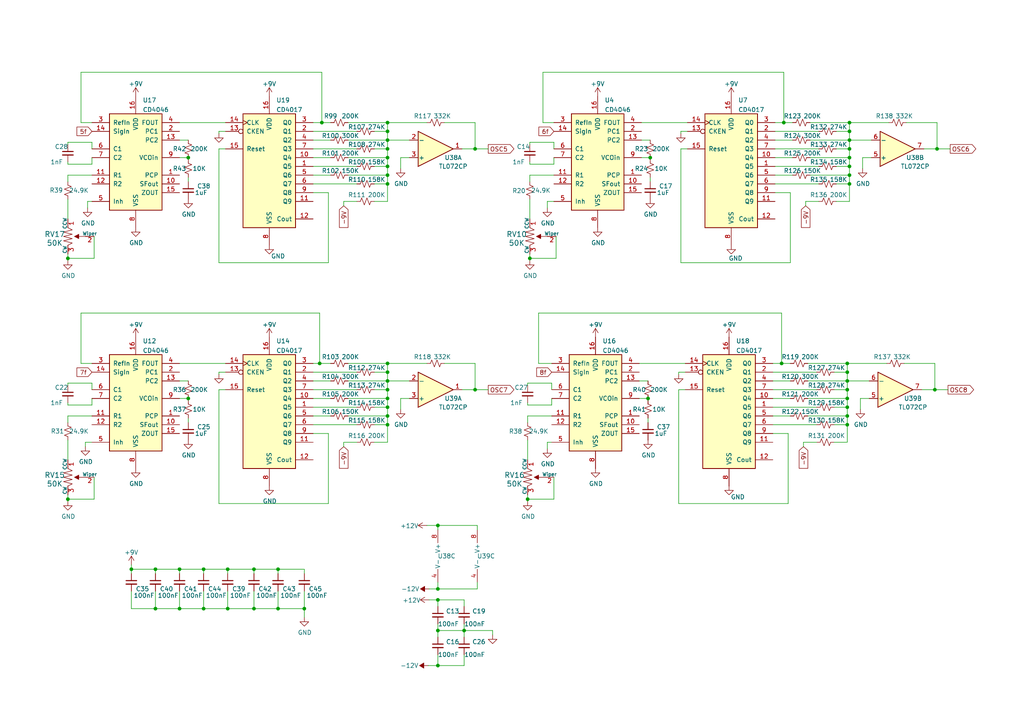
<source format=kicad_sch>
(kicad_sch (version 20211123) (generator eeschema)
  (paper "A4")
  (title_block (title "Pipes") (rev "1.0"))
  (junction (at 127 152.4))
  (junction (at 112.395 53.34))
  (junction (at 245.745 123.19))
  (junction (at 227.33 35.56))
  (junction (at 112.395 35.56))
  (junction (at 88.265 176.53))
  (junction (at 246.38 43.18))
  (junction (at 245.745 115.57))
  (junction (at 112.395 48.26))
  (junction (at 93.345 35.56))
  (junction (at 38.1 165.1))
  (junction (at 73.66 176.53))
  (junction (at 127 173.99))
  (junction (at 271.145 113.03))
  (junction (at 112.395 38.1))
  (junction (at 246.38 48.26))
  (junction (at 112.395 110.49))
  (junction (at 271.78 43.18))
  (junction (at 246.38 38.1))
  (junction (at 54.61 45.72))
  (junction (at 245.745 107.95))
  (junction (at 226.695 105.41))
  (junction (at 127 193.04))
  (junction (at 19.685 74.93))
  (junction (at 245.745 105.41))
  (junction (at 73.66 165.1))
  (junction (at 137.795 113.03))
  (junction (at 52.07 176.53))
  (junction (at 112.395 118.11))
  (junction (at 112.395 40.64))
  (junction (at 52.07 165.1))
  (junction (at 112.395 123.19))
  (junction (at 246.38 53.34))
  (junction (at 245.745 120.65))
  (junction (at 112.395 120.65))
  (junction (at 112.395 107.95))
  (junction (at 80.645 165.1))
  (junction (at 246.38 40.64))
  (junction (at 45.085 165.1))
  (junction (at 127 182.88))
  (junction (at 187.96 115.57))
  (junction (at 112.395 50.8))
  (junction (at 153.035 144.78))
  (junction (at 153.67 74.93))
  (junction (at 245.745 110.49))
  (junction (at 112.395 105.41))
  (junction (at 66.04 176.53))
  (junction (at 112.395 113.03))
  (junction (at 92.71 105.41))
  (junction (at 80.645 176.53))
  (junction (at 245.745 118.11))
  (junction (at 45.085 176.53))
  (junction (at 137.795 43.18))
  (junction (at 246.38 45.72))
  (junction (at 188.595 45.72))
  (junction (at 112.395 45.72))
  (junction (at 54.61 115.57))
  (junction (at 112.395 43.18))
  (junction (at 245.745 113.03))
  (junction (at 112.395 115.57))
  (junction (at 246.38 35.56))
  (junction (at 246.38 50.8))
  (junction (at 59.055 176.53))
  (junction (at 19.685 144.78))
  (junction (at 66.04 165.1))
  (junction (at 59.055 165.1))
  (junction (at 134.62 182.88))
  (junction (at 127 170.815))
  (wire (pts (xy 112.395 48.26) (xy 112.395 50.8)))
  (wire (pts (xy 26.67 111.125) (xy 19.685 111.125)))
  (wire (pts (xy 134.62 173.99) (xy 134.62 175.895)))
  (wire (pts (xy 52.07 45.72) (xy 54.61 45.72)))
  (wire (pts (xy 38.1 166.37) (xy 38.1 165.1)))
  (wire (pts (xy 224.155 120.65) (xy 229.235 120.65)))
  (wire (pts (xy 65.405 43.18) (xy 63.5 43.18)))
  (wire (pts (xy 160.02 105.41) (xy 156.21 105.41)))
  (wire (pts (xy 26.67 47.625) (xy 19.685 47.625)))
  (wire (pts (xy 188.595 51.435) (xy 188.595 52.705)))
  (wire (pts (xy 54.61 51.435) (xy 54.61 52.705)))
  (wire (pts (xy 24.765 129.54) (xy 24.765 128.27)))
  (wire (pts (xy 228.6 146.05) (xy 228.6 125.73)))
  (wire (pts (xy 52.07 166.37) (xy 52.07 165.1)))
  (wire (pts (xy 112.395 43.18) (xy 112.395 45.72)))
  (wire (pts (xy 112.395 120.65) (xy 112.395 123.19)))
  (wire (pts (xy 186.055 45.72) (xy 188.595 45.72)))
  (wire (pts (xy 80.645 165.1) (xy 88.265 165.1)))
  (wire (pts (xy 19.685 111.125) (xy 19.685 111.76)))
  (wire (pts (xy 246.38 38.1) (xy 246.38 40.64)))
  (wire (pts (xy 26.67 117.475) (xy 19.685 117.475)))
  (wire (pts (xy 224.79 43.18) (xy 237.49 43.18)))
  (wire (pts (xy 124.206 193.04) (xy 127 193.04)))
  (wire (pts (xy 92.71 90.805) (xy 92.71 105.41)))
  (wire (pts (xy 116.205 48.895) (xy 116.205 45.72)))
  (wire (pts (xy 234.315 105.41) (xy 245.745 105.41)))
  (wire (pts (xy 246.38 35.56) (xy 257.81 35.56)))
  (wire (pts (xy 90.805 120.65) (xy 95.885 120.65)))
  (wire (pts (xy 127 173.99) (xy 127 175.895)))
  (wire (pts (xy 112.395 38.1) (xy 112.395 40.64)))
  (wire (pts (xy 234.95 45.72) (xy 246.38 45.72)))
  (wire (pts (xy 27.305 144.78) (xy 19.685 144.78)))
  (wire (pts (xy 19.685 41.275) (xy 19.685 41.91)))
  (wire (pts (xy 158.75 130.175) (xy 158.75 128.27)))
  (wire (pts (xy 123.825 152.4) (xy 127 152.4)))
  (wire (pts (xy 90.805 45.72) (xy 95.885 45.72)))
  (wire (pts (xy 160.02 117.475) (xy 153.035 117.475)))
  (wire (pts (xy 45.085 165.1) (xy 52.07 165.1)))
  (wire (pts (xy 233.68 59.69) (xy 233.68 58.42)))
  (wire (pts (xy 95.25 146.05) (xy 95.25 125.73)))
  (wire (pts (xy 234.95 35.56) (xy 246.38 35.56)))
  (wire (pts (xy 153.035 120.65) (xy 153.035 122.555)))
  (wire (pts (xy 245.745 110.49) (xy 252.095 110.49)))
  (wire (pts (xy 234.315 120.65) (xy 245.745 120.65)))
  (wire (pts (xy 80.645 176.53) (xy 88.265 176.53)))
  (wire (pts (xy 52.07 176.53) (xy 59.055 176.53)))
  (wire (pts (xy 45.085 176.53) (xy 52.07 176.53)))
  (wire (pts (xy 95.25 55.88) (xy 90.805 55.88)))
  (wire (pts (xy 112.395 113.03) (xy 112.395 115.57)))
  (wire (pts (xy 112.395 110.49) (xy 112.395 113.03)))
  (wire (pts (xy 245.745 120.65) (xy 245.745 123.19)))
  (wire (pts (xy 26.67 41.275) (xy 19.685 41.275)))
  (wire (pts (xy 63.5 107.95) (xy 65.405 107.95)))
  (wire (pts (xy 127 193.04) (xy 134.62 193.04)))
  (wire (pts (xy 95.25 76.2) (xy 95.25 55.88)))
  (wire (pts (xy 26.67 113.03) (xy 26.67 111.125)))
  (wire (pts (xy 23.495 90.805) (xy 92.71 90.805)))
  (wire (pts (xy 185.42 105.41) (xy 198.755 105.41)))
  (wire (pts (xy 153.035 111.125) (xy 153.035 111.76)))
  (wire (pts (xy 19.685 117.475) (xy 19.685 116.84)))
  (wire (pts (xy 112.395 105.41) (xy 112.395 107.95)))
  (wire (pts (xy 112.395 110.49) (xy 118.745 110.49)))
  (wire (pts (xy 241.935 118.11) (xy 245.745 118.11)))
  (wire (pts (xy 59.055 166.37) (xy 59.055 165.1)))
  (wire (pts (xy 160.655 50.8) (xy 153.67 50.8)))
  (wire (pts (xy 27.305 74.93) (xy 19.685 74.93)))
  (wire (pts (xy 250.19 48.895) (xy 250.19 45.72)))
  (wire (pts (xy 271.78 43.18) (xy 267.97 43.18)))
  (wire (pts (xy 241.935 113.03) (xy 245.745 113.03)))
  (wire (pts (xy 24.765 128.27) (xy 26.67 128.27)))
  (wire (pts (xy 153.67 50.8) (xy 153.67 52.705)))
  (wire (pts (xy 271.145 105.41) (xy 271.145 113.03)))
  (wire (pts (xy 160.02 120.65) (xy 153.035 120.65)))
  (wire (pts (xy 227.33 35.56) (xy 224.79 35.56)))
  (wire (pts (xy 93.345 35.56) (xy 95.885 35.56)))
  (wire (pts (xy 127 170.815) (xy 138.43 170.815)))
  (wire (pts (xy 112.395 105.41) (xy 123.825 105.41)))
  (wire (pts (xy 153.035 144.78) (xy 153.035 145.415)))
  (wire (pts (xy 66.04 166.37) (xy 66.04 165.1)))
  (wire (pts (xy 112.395 35.56) (xy 123.825 35.56)))
  (wire (pts (xy 196.85 113.03) (xy 196.85 146.05)))
  (wire (pts (xy 99.695 58.42) (xy 103.505 58.42)))
  (wire (pts (xy 108.585 38.1) (xy 112.395 38.1)))
  (wire (pts (xy 224.155 118.11) (xy 236.855 118.11)))
  (wire (pts (xy 90.805 50.8) (xy 95.885 50.8)))
  (wire (pts (xy 233.045 128.27) (xy 236.855 128.27)))
  (wire (pts (xy 224.79 48.26) (xy 237.49 48.26)))
  (wire (pts (xy 160.02 113.03) (xy 160.02 111.125)))
  (wire (pts (xy 197.485 38.735) (xy 197.485 38.1)))
  (wire (pts (xy 246.38 50.8) (xy 246.38 53.34)))
  (wire (pts (xy 52.07 115.57) (xy 54.61 115.57)))
  (wire (pts (xy 157.48 35.56) (xy 157.48 20.955)))
  (wire (pts (xy 19.685 144.78) (xy 19.685 145.415)))
  (wire (pts (xy 52.07 35.56) (xy 65.405 35.56)))
  (wire (pts (xy 25.4 58.42) (xy 26.67 58.42)))
  (wire (pts (xy 245.745 115.57) (xy 245.745 118.11)))
  (wire (pts (xy 63.5 38.1) (xy 65.405 38.1)))
  (wire (pts (xy 127 173.99) (xy 134.62 173.99)))
  (wire (pts (xy 27.305 138.43) (xy 27.305 144.78)))
  (wire (pts (xy 90.805 53.34) (xy 103.505 53.34)))
  (wire (pts (xy 93.345 20.955) (xy 93.345 35.56)))
  (wire (pts (xy 19.685 127.635) (xy 19.685 133.35)))
  (wire (pts (xy 153.035 127.635) (xy 153.035 133.35)))
  (wire (pts (xy 66.04 165.1) (xy 59.055 165.1)))
  (wire (pts (xy 271.145 113.03) (xy 267.335 113.03)))
  (wire (pts (xy 249.555 115.57) (xy 252.095 115.57)))
  (wire (pts (xy 262.89 35.56) (xy 271.78 35.56)))
  (wire (pts (xy 112.395 40.64) (xy 118.745 40.64)))
  (wire (pts (xy 158.75 60.325) (xy 158.75 58.42)))
  (wire (pts (xy 100.965 50.8) (xy 112.395 50.8)))
  (wire (pts (xy 137.795 113.03) (xy 133.985 113.03)))
  (wire (pts (xy 226.695 90.805) (xy 226.695 105.41)))
  (wire (pts (xy 127 152.4) (xy 138.43 152.4)))
  (wire (pts (xy 271.78 43.18) (xy 275.59 43.18)))
  (wire (pts (xy 88.265 176.53) (xy 88.265 179.07)))
  (wire (pts (xy 127 152.4) (xy 127 153.67)))
  (wire (pts (xy 19.685 120.65) (xy 19.685 122.555)))
  (wire (pts (xy 224.79 45.72) (xy 229.87 45.72)))
  (wire (pts (xy 54.61 121.285) (xy 54.61 122.555)))
  (wire (pts (xy 262.255 105.41) (xy 271.145 105.41)))
  (wire (pts (xy 100.965 120.65) (xy 112.395 120.65)))
  (wire (pts (xy 112.395 115.57) (xy 112.395 118.11)))
  (wire (pts (xy 95.25 125.73) (xy 90.805 125.73)))
  (wire (pts (xy 108.585 58.42) (xy 112.395 58.42)))
  (wire (pts (xy 19.685 50.8) (xy 19.685 52.705)))
  (wire (pts (xy 228.6 125.73) (xy 224.155 125.73)))
  (wire (pts (xy 108.585 107.95) (xy 112.395 107.95)))
  (wire (pts (xy 63.5 38.735) (xy 63.5 38.1)))
  (wire (pts (xy 160.655 138.43) (xy 160.655 144.78)))
  (wire (pts (xy 157.48 20.955) (xy 227.33 20.955)))
  (wire (pts (xy 234.95 40.64) (xy 246.38 40.64)))
  (wire (pts (xy 66.04 165.1) (xy 73.66 165.1)))
  (wire (pts (xy 90.805 48.26) (xy 103.505 48.26)))
  (wire (pts (xy 100.965 40.64) (xy 112.395 40.64)))
  (wire (pts (xy 127 189.865) (xy 127 193.04)))
  (wire (pts (xy 224.155 105.41) (xy 226.695 105.41)))
  (wire (pts (xy 108.585 118.11) (xy 112.395 118.11)))
  (wire (pts (xy 153.67 41.275) (xy 153.67 41.91)))
  (wire (pts (xy 59.055 171.45) (xy 59.055 176.53)))
  (wire (pts (xy 241.935 128.27) (xy 245.745 128.27)))
  (wire (pts (xy 26.67 35.56) (xy 23.495 35.56)))
  (wire (pts (xy 23.495 20.955) (xy 93.345 20.955)))
  (wire (pts (xy 199.39 43.18) (xy 197.485 43.18)))
  (wire (pts (xy 224.79 40.64) (xy 229.87 40.64)))
  (wire (pts (xy 52.07 165.1) (xy 59.055 165.1)))
  (wire (pts (xy 160.655 43.18) (xy 160.655 41.275)))
  (wire (pts (xy 160.655 45.72) (xy 160.655 47.625)))
  (wire (pts (xy 26.67 120.65) (xy 19.685 120.65)))
  (wire (pts (xy 229.235 76.2) (xy 229.235 55.88)))
  (wire (pts (xy 224.155 113.03) (xy 236.855 113.03)))
  (wire (pts (xy 63.5 146.05) (xy 95.25 146.05)))
  (wire (pts (xy 196.85 146.05) (xy 228.6 146.05)))
  (wire (pts (xy 242.57 58.42) (xy 246.38 58.42)))
  (wire (pts (xy 38.1 165.1) (xy 45.085 165.1)))
  (wire (pts (xy 108.585 48.26) (xy 112.395 48.26)))
  (wire (pts (xy 90.805 113.03) (xy 103.505 113.03)))
  (wire (pts (xy 90.805 115.57) (xy 95.885 115.57)))
  (wire (pts (xy 90.805 110.49) (xy 95.885 110.49)))
  (wire (pts (xy 246.38 45.72) (xy 246.38 48.26)))
  (wire (pts (xy 128.905 35.56) (xy 137.795 35.56)))
  (wire (pts (xy 137.795 43.18) (xy 133.985 43.18)))
  (wire (pts (xy 242.57 53.34) (xy 246.38 53.34)))
  (wire (pts (xy 246.38 53.34) (xy 246.38 58.42)))
  (wire (pts (xy 134.62 182.88) (xy 142.875 182.88)))
  (wire (pts (xy 245.745 113.03) (xy 245.745 115.57)))
  (wire (pts (xy 100.965 105.41) (xy 112.395 105.41)))
  (wire (pts (xy 63.5 76.2) (xy 95.25 76.2)))
  (wire (pts (xy 160.655 35.56) (xy 157.48 35.56)))
  (wire (pts (xy 160.655 47.625) (xy 153.67 47.625)))
  (wire (pts (xy 246.38 40.64) (xy 252.73 40.64)))
  (wire (pts (xy 158.75 128.27) (xy 160.02 128.27)))
  (wire (pts (xy 127 180.975) (xy 127 182.88)))
  (wire (pts (xy 90.805 40.64) (xy 95.885 40.64)))
  (wire (pts (xy 246.38 35.56) (xy 246.38 38.1)))
  (wire (pts (xy 63.5 113.03) (xy 63.5 146.05)))
  (wire (pts (xy 185.42 110.49) (xy 187.96 110.49)))
  (wire (pts (xy 138.43 168.91) (xy 138.43 170.815)))
  (wire (pts (xy 224.155 107.95) (xy 236.855 107.95)))
  (wire (pts (xy 100.965 35.56) (xy 112.395 35.56)))
  (wire (pts (xy 245.745 123.19) (xy 245.745 128.27)))
  (wire (pts (xy 90.805 35.56) (xy 93.345 35.56)))
  (wire (pts (xy 19.685 73.66) (xy 19.685 74.93)))
  (wire (pts (xy 185.42 115.57) (xy 187.96 115.57)))
  (wire (pts (xy 153.67 47.625) (xy 153.67 46.99)))
  (wire (pts (xy 66.04 171.45) (xy 66.04 176.53)))
  (wire (pts (xy 116.205 118.745) (xy 116.205 115.57)))
  (wire (pts (xy 245.745 105.41) (xy 257.175 105.41)))
  (wire (pts (xy 100.965 115.57) (xy 112.395 115.57)))
  (wire (pts (xy 108.585 123.19) (xy 112.395 123.19)))
  (wire (pts (xy 19.685 47.625) (xy 19.685 46.99)))
  (wire (pts (xy 26.67 50.8) (xy 19.685 50.8)))
  (wire (pts (xy 246.38 43.18) (xy 246.38 45.72)))
  (wire (pts (xy 153.67 57.785) (xy 153.67 63.5)))
  (wire (pts (xy 271.78 35.56) (xy 271.78 43.18)))
  (wire (pts (xy 224.155 115.57) (xy 229.235 115.57)))
  (wire (pts (xy 186.055 35.56) (xy 199.39 35.56)))
  (wire (pts (xy 245.745 118.11) (xy 245.745 120.65)))
  (wire (pts (xy 25.4 60.325) (xy 25.4 58.42)))
  (wire (pts (xy 112.395 35.56) (xy 112.395 38.1)))
  (wire (pts (xy 52.07 171.45) (xy 52.07 176.53)))
  (wire (pts (xy 54.61 45.72) (xy 54.61 46.355)))
  (wire (pts (xy 224.79 38.1) (xy 237.49 38.1)))
  (wire (pts (xy 234.95 50.8) (xy 246.38 50.8)))
  (wire (pts (xy 128.905 105.41) (xy 137.795 105.41)))
  (wire (pts (xy 19.685 57.785) (xy 19.685 63.5)))
  (wire (pts (xy 73.66 176.53) (xy 80.645 176.53)))
  (wire (pts (xy 227.33 35.56) (xy 229.87 35.56)))
  (wire (pts (xy 38.1 163.83) (xy 38.1 165.1)))
  (wire (pts (xy 52.07 105.41) (xy 65.405 105.41)))
  (wire (pts (xy 241.935 123.19) (xy 245.745 123.19)))
  (wire (pts (xy 63.5 43.18) (xy 63.5 76.2)))
  (wire (pts (xy 161.29 68.58) (xy 161.29 74.93)))
  (wire (pts (xy 19.685 143.51) (xy 19.685 144.78)))
  (wire (pts (xy 112.395 45.72) (xy 112.395 48.26)))
  (wire (pts (xy 160.655 41.275) (xy 153.67 41.275)))
  (wire (pts (xy 124.46 170.815) (xy 127 170.815)))
  (wire (pts (xy 158.75 58.42) (xy 160.655 58.42)))
  (wire (pts (xy 198.755 113.03) (xy 196.85 113.03)))
  (wire (pts (xy 112.395 40.64) (xy 112.395 43.18)))
  (wire (pts (xy 88.265 166.37) (xy 88.265 165.1)))
  (wire (pts (xy 137.795 35.56) (xy 137.795 43.18)))
  (wire (pts (xy 38.1 176.53) (xy 45.085 176.53)))
  (wire (pts (xy 249.555 118.745) (xy 249.555 115.57)))
  (wire (pts (xy 186.055 40.64) (xy 188.595 40.64)))
  (wire (pts (xy 65.405 113.03) (xy 63.5 113.03)))
  (wire (pts (xy 187.96 121.285) (xy 187.96 122.555)))
  (wire (pts (xy 233.045 129.54) (xy 233.045 128.27)))
  (wire (pts (xy 108.585 53.34) (xy 112.395 53.34)))
  (wire (pts (xy 80.645 171.45) (xy 80.645 176.53)))
  (wire (pts (xy 196.85 108.585) (xy 196.85 107.95)))
  (wire (pts (xy 229.235 55.88) (xy 224.79 55.88)))
  (wire (pts (xy 38.1 171.45) (xy 38.1 176.53)))
  (wire (pts (xy 26.67 105.41) (xy 23.495 105.41)))
  (wire (pts (xy 90.805 43.18) (xy 103.505 43.18)))
  (wire (pts (xy 224.155 110.49) (xy 229.235 110.49)))
  (wire (pts (xy 63.5 108.585) (xy 63.5 107.95)))
  (wire (pts (xy 54.61 115.57) (xy 54.61 116.205)))
  (wire (pts (xy 242.57 38.1) (xy 246.38 38.1)))
  (wire (pts (xy 108.585 43.18) (xy 112.395 43.18)))
  (wire (pts (xy 112.395 107.95) (xy 112.395 110.49)))
  (wire (pts (xy 80.645 166.37) (xy 80.645 165.1)))
  (wire (pts (xy 66.04 176.53) (xy 73.66 176.53)))
  (wire (pts (xy 160.655 144.78) (xy 153.035 144.78)))
  (wire (pts (xy 241.935 107.95) (xy 245.745 107.95)))
  (wire (pts (xy 134.62 182.88) (xy 134.62 184.785)))
  (wire (pts (xy 108.585 113.03) (xy 112.395 113.03)))
  (wire (pts (xy 153.67 74.93) (xy 153.67 75.565)))
  (wire (pts (xy 52.07 40.64) (xy 54.61 40.64)))
  (wire (pts (xy 242.57 43.18) (xy 246.38 43.18)))
  (wire (pts (xy 92.71 105.41) (xy 95.885 105.41)))
  (wire (pts (xy 73.66 171.45) (xy 73.66 176.53)))
  (wire (pts (xy 19.685 74.93) (xy 19.685 75.565)))
  (wire (pts (xy 250.19 45.72) (xy 252.73 45.72)))
  (wire (pts (xy 90.805 107.95) (xy 103.505 107.95)))
  (wire (pts (xy 88.265 171.45) (xy 88.265 176.53)))
  (wire (pts (xy 127 182.88) (xy 134.62 182.88)))
  (wire (pts (xy 226.695 105.41) (xy 229.235 105.41)))
  (wire (pts (xy 197.485 76.2) (xy 229.235 76.2)))
  (wire (pts (xy 227.33 20.955) (xy 227.33 35.56)))
  (wire (pts (xy 137.795 43.18) (xy 141.605 43.18)))
  (wire (pts (xy 116.205 115.57) (xy 118.745 115.57)))
  (wire (pts (xy 224.79 53.34) (xy 237.49 53.34)))
  (wire (pts (xy 188.595 45.72) (xy 188.595 46.355)))
  (wire (pts (xy 99.695 128.27) (xy 103.505 128.27)))
  (wire (pts (xy 246.38 48.26) (xy 246.38 50.8)))
  (wire (pts (xy 245.745 105.41) (xy 245.745 107.95)))
  (wire (pts (xy 197.485 43.18) (xy 197.485 76.2)))
  (wire (pts (xy 127 168.91) (xy 127 170.815)))
  (wire (pts (xy 27.305 68.58) (xy 27.305 74.93)))
  (wire (pts (xy 153.035 117.475) (xy 153.035 116.84)))
  (wire (pts (xy 142.875 184.15) (xy 142.875 182.88)))
  (wire (pts (xy 245.745 110.49) (xy 245.745 113.03)))
  (wire (pts (xy 246.38 40.64) (xy 246.38 43.18)))
  (wire (pts (xy 134.62 189.865) (xy 134.62 193.04)))
  (wire (pts (xy 156.21 105.41) (xy 156.21 90.805)))
  (wire (pts (xy 224.79 50.8) (xy 229.87 50.8)))
  (wire (pts (xy 124.46 173.99) (xy 127 173.99)))
  (wire (pts (xy 245.745 107.95) (xy 245.745 110.49)))
  (wire (pts (xy 45.085 171.45) (xy 45.085 176.53)))
  (wire (pts (xy 137.795 105.41) (xy 137.795 113.03)))
  (wire (pts (xy 134.62 180.975) (xy 134.62 182.88)))
  (wire (pts (xy 112.395 50.8) (xy 112.395 53.34)))
  (wire (pts (xy 26.67 43.18) (xy 26.67 41.275)))
  (wire (pts (xy 112.395 118.11) (xy 112.395 120.65)))
  (wire (pts (xy 153.035 143.51) (xy 153.035 144.78)))
  (wire (pts (xy 66.04 176.53) (xy 59.055 176.53)))
  (wire (pts (xy 271.145 113.03) (xy 274.955 113.03)))
  (wire (pts (xy 73.66 165.1) (xy 80.645 165.1)))
  (wire (pts (xy 233.68 58.42) (xy 237.49 58.42)))
  (wire (pts (xy 137.795 113.03) (xy 141.605 113.03)))
  (wire (pts (xy 138.43 152.4) (xy 138.43 153.67)))
  (wire (pts (xy 100.965 110.49) (xy 112.395 110.49)))
  (wire (pts (xy 52.07 110.49) (xy 54.61 110.49)))
  (wire (pts (xy 23.495 105.41) (xy 23.495 90.805)))
  (wire (pts (xy 45.085 166.37) (xy 45.085 165.1)))
  (wire (pts (xy 156.21 90.805) (xy 226.695 90.805)))
  (wire (pts (xy 99.695 59.69) (xy 99.695 58.42)))
  (wire (pts (xy 26.67 45.72) (xy 26.67 47.625)))
  (wire (pts (xy 112.395 53.34) (xy 112.395 58.42)))
  (wire (pts (xy 116.205 45.72) (xy 118.745 45.72)))
  (wire (pts (xy 153.67 73.66) (xy 153.67 74.93)))
  (wire (pts (xy 90.805 38.1) (xy 103.505 38.1)))
  (wire (pts (xy 73.66 166.37) (xy 73.66 165.1)))
  (wire (pts (xy 127 182.88) (xy 127 184.785)))
  (wire (pts (xy 112.395 123.19) (xy 112.395 128.27)))
  (wire (pts (xy 196.85 107.95) (xy 198.755 107.95)))
  (wire (pts (xy 160.02 115.57) (xy 160.02 117.475)))
  (wire (pts (xy 90.805 123.19) (xy 103.505 123.19)))
  (wire (pts (xy 234.315 115.57) (xy 245.745 115.57)))
  (wire (pts (xy 224.155 123.19) (xy 236.855 123.19)))
  (wire (pts (xy 160.02 111.125) (xy 153.035 111.125)))
  (wire (pts (xy 99.695 129.54) (xy 99.695 128.27)))
  (wire (pts (xy 108.585 128.27) (xy 112.395 128.27)))
  (wire (pts (xy 234.315 110.49) (xy 245.745 110.49)))
  (wire (pts (xy 90.805 105.41) (xy 92.71 105.41)))
  (wire (pts (xy 242.57 48.26) (xy 246.38 48.26)))
  (wire (pts (xy 100.965 45.72) (xy 112.395 45.72)))
  (wire (pts (xy 90.805 118.11) (xy 103.505 118.11)))
  (wire (pts (xy 197.485 38.1) (xy 199.39 38.1)))
  (wire (pts (xy 23.495 35.56) (xy 23.495 20.955)))
  (wire (pts (xy 187.96 115.57) (xy 187.96 116.205)))
  (wire (pts (xy 26.67 115.57) (xy 26.67 117.475)))
  (wire (pts (xy 161.29 74.93) (xy 153.67 74.93)))
  (global_label "OSC7" (shape output) (at 141.605 113.03 0) (property "Intersheet References" "${INTERSHEET_REFS}" (effects hide)))
  (global_label "-9V" (shape input) (at 99.695 59.69 270) (property "Intersheet References" "${INTERSHEET_REFS}" (effects hide)))
  (global_label "OSC5" (shape output) (at 141.605 43.18 0) (property "Intersheet References" "${INTERSHEET_REFS}" (effects hide)))
  (global_label "OSC8" (shape output) (at 274.955 113.03 0) (property "Intersheet References" "${INTERSHEET_REFS}" (effects hide)))
  (global_label "-9V" (shape input) (at 233.68 59.69 270) (property "Intersheet References" "${INTERSHEET_REFS}" (effects hide)))
  (global_label "OSC6" (shape output) (at 275.59 43.18 0) (property "Intersheet References" "${INTERSHEET_REFS}" (effects hide)))
  (global_label "-9V" (shape input) (at 99.695 129.54 270) (property "Intersheet References" "${INTERSHEET_REFS}" (effects hide)))
  (global_label "8f" (shape input) (at 160.02 107.95 180) (property "Intersheet References" "${INTERSHEET_REFS}" (effects hide)))
  (global_label "7f" (shape input) (at 26.67 107.95 180) (property "Intersheet References" "${INTERSHEET_REFS}" (effects hide)))
  (global_label "6f" (shape input) (at 160.655 38.1 180) (property "Intersheet References" "${INTERSHEET_REFS}" (effects hide)))
  (global_label "-9V" (shape input) (at 233.045 129.54 270) (property "Intersheet References" "${INTERSHEET_REFS}" (effects hide)))
  (global_label "5f" (shape input) (at 26.67 38.1 180) (property "Intersheet References" "${INTERSHEET_REFS}" (effects hide)))
  (symbol (lib_id "Device:R_Small_US") (at 232.41 35.56 90) (unit 1)
    (property "Reference" "R123" (at 229.87 33.655 90))
    (property "Value" "200K" (at 235.585 33.655 90))
    (property "Footprint" "Resistor_SMD:R_0603_1608Metric" (effects hide))
    (property "Digi-Key Part" "CF14JT10K0CT-ND" (effects hide))
    (property "LCSC Part #" "C25811" (effects hide))
  )
  (symbol (lib_id "power:GND") (at 19.685 145.415 0) (unit 1)
    (property "Reference" "#PWR0136" (effects hide))
    (property "Value" "GND" (at 19.812 149.8092 0))
  )
  (symbol (lib_id "Device:R_Small_US") (at 98.425 115.57 90) (unit 1)
    (property "Reference" "R105" (at 95.885 114.3 90))
    (property "Value" "200K" (at 101.6 114.3 90))
    (property "Footprint" "Resistor_SMD:R_0603_1608Metric" (effects hide))
    (property "Digi-Key Part" "CF14JT10K0CT-ND" (effects hide))
    (property "LCSC Part #" "C25811" (effects hide))
  )
  (symbol (lib_id "Amplifier_Operational:TL072") (at 260.35 43.18 0) (mirror x) (unit 2)
    (property "Reference" "U38" (at 265.43 45.72 0))
    (property "Value" "TL072CP" (at 265.43 48.26 0))
    (property "Footprint" "Package_SO:SOIC-8_3.9x4.9mm_P1.27mm" (effects hide))
    (property "Datasheet" "http://www.ti.com/lit/ds/symlink/tl071.pdf" (effects hide))
    (property "Digi-Key Part" "296-1775-5-ND" (effects hide))
    (property "LCSC Part #" "C67473" (effects hide))
  )
  (symbol (lib_id "Device:R_Small_US") (at 232.41 45.72 90) (unit 1)
    (property "Reference" "R125" (at 229.87 44.45 90))
    (property "Value" "200K" (at 235.585 44.45 90))
    (property "Footprint" "Resistor_SMD:R_0603_1608Metric" (effects hide))
    (property "Digi-Key Part" "CF14JT10K0CT-ND" (effects hide))
    (property "LCSC Part #" "C25811" (effects hide))
  )
  (symbol (lib_id "power:GND") (at 116.205 118.745 0) (unit 1)
    (property "Reference" "#PWR055" (effects hide))
    (property "Value" "GND" (at 116.332 123.1392 0))
  )
  (symbol (lib_id "Amplifier_Operational:TL072") (at 259.715 113.03 0) (mirror x) (unit 2)
    (property "Reference" "U39" (at 264.795 115.57 0))
    (property "Value" "TL072CP" (at 264.795 118.11 0))
    (property "Footprint" "Package_SO:SOIC-8_3.9x4.9mm_P1.27mm" (effects hide))
    (property "Digi-Key Part" "296-1775-5-ND" (effects hide))
    (property "LCSC Part #" "C67473" (effects hide))
  )
  (symbol (lib_id "Device:C_Small") (at 134.62 187.325 0) (unit 1)
    (property "Reference" "C26" (at 136.9568 186.1566 0) (effects (justify left)))
    (property "Value" "100nF" (at 134.62 189.865 0) (effects (justify left)))
    (property "Footprint" "Capacitor_SMD:C_0805_2012Metric_Pad1.18x1.45mm_HandSolder" (effects hide))
    (property "Datasheet" "http://datasheets.avx.com/SR-Series.pdf" (effects hide))
    (property "Digi-Key Part" "478-10836-1-ND" (effects hide))
    (property "LCSC Part #" "C49678" (effects hide))
  )
  (symbol (lib_id "power:+9V") (at 173.355 27.94 0) (unit 1)
    (property "Reference" "#PWR0145" (effects hide))
    (property "Value" "+9V" (at 173.355 24.3355 0))
  )
  (symbol (lib_id "Device:C_Small") (at 153.67 44.45 0) (unit 1)
    (property "Reference" "C14" (at 149.86 42.545 0) (effects (justify left)))
    (property "Value" "1nF" (at 148.59 46.99 0) (effects (justify left)))
    (property "Footprint" "Capacitor_SMD:C_0805_2012Metric_Pad1.18x1.45mm_HandSolder" (effects hide))
    (property "Datasheet" "http://datasheets.avx.com/SR-Series.pdf" (effects hide))
    (property "Digi-Key Part" "BC2662CT-ND" (effects hide))
    (property "LCSC Part #" "C46653" (effects hide))
  )
  (symbol (lib_id "power:GND") (at 197.485 38.735 0) (unit 1)
    (property "Reference" "#PWR027" (effects hide))
    (property "Value" "GND" (effects hide))
  )
  (symbol (lib_id "4xxx:4017") (at 212.09 48.26 0) (unit 1)
    (property "Reference" "U7" (at 214.1094 29.0535 0) (effects (justify left)))
    (property "Value" "CD4017" (at 214.1094 31.8286 0) (effects (justify left)))
    (property "Footprint" "Package_SO:SOIC-16_3.9x9.9mm_P1.27mm" (effects hide))
    (property "Datasheet" "http://www.intersil.com/content/dam/Intersil/documents/cd40/cd4017bms-22bms.pdf" (effects hide))
    (property "Digi-Key Part" "296-12808-1-ND" (effects hide))
    (property "LCSC Part #" "C11349" (effects hide))
  )
  (symbol (lib_id "power:GND") (at 19.685 75.565 0) (unit 1)
    (property "Reference" "#PWR0134" (effects hide))
    (property "Value" "GND" (at 19.812 79.9592 0))
  )
  (symbol (lib_id "4xxx:4046") (at 39.37 115.57 0) (unit 1)
    (property "Reference" "U12" (at 41.3894 98.9035 0) (effects (justify left)))
    (property "Value" "CD4046" (at 41.3894 101.6786 0) (effects (justify left)))
    (property "Footprint" "Package_SO:TSSOP-16_4.4x5mm_P0.65mm" (effects hide))
    (property "Datasheet" "https://assets.nexperia.com/documents/data-sheet/HEF4046B.pdf" (effects hide))
    (property "LCSC Part #" "C2651240" (effects hide))
  )
  (symbol (lib_id "Device:R_Small_US") (at 106.045 53.34 90) (unit 1)
    (property "Reference" "R110" (at 103.505 52.07 90))
    (property "Value" "158K" (at 109.22 52.07 90))
    (property "Footprint" "Resistor_SMD:R_0603_1608Metric" (effects hide))
    (property "Digi-Key Part" "CF14JT10K0CT-ND" (effects hide))
    (property "LCSC Part #" "C273745" (effects hide))
  )
  (symbol (lib_id "Device:R_Small_US") (at 239.395 118.11 90) (unit 1)
    (property "Reference" "R129" (at 236.855 116.84 90))
    (property "Value" "158K" (at 242.57 116.84 90))
    (property "Footprint" "Resistor_SMD:R_0603_1608Metric" (effects hide))
    (property "Digi-Key Part" "CF14JT10K0CT-ND" (effects hide))
    (property "LCSC Part #" "C273745" (effects hide))
  )
  (symbol (lib_id "power:+9V") (at 78.105 27.94 0) (unit 1)
    (property "Reference" "#PWR0149" (effects hide))
    (property "Value" "+9V" (at 78.105 24.3355 0))
  )
  (symbol (lib_id "Device:R_Small_US") (at 98.425 105.41 90) (unit 1)
    (property "Reference" "R103" (at 95.885 103.505 90))
    (property "Value" "200K" (at 101.6 103.505 90))
    (property "Footprint" "Resistor_SMD:R_0603_1608Metric" (effects hide))
    (property "Digi-Key Part" "CF14JT10K0CT-ND" (effects hide))
    (property "LCSC Part #" "C25811" (effects hide))
  )
  (symbol (lib_id "Device:R_Small_US") (at 239.395 107.95 90) (unit 1)
    (property "Reference" "R127" (at 236.855 106.68 90))
    (property "Value" "274K" (at 242.57 106.68 90))
    (property "Footprint" "Resistor_SMD:R_0603_1608Metric" (effects hide))
    (property "Digi-Key Part" "CF14JT10K0CT-ND" (effects hide))
    (property "LCSC Part #" "C227748" (effects hide))
  )
  (symbol (lib_id "power:GND") (at 212.09 71.12 0) (unit 1)
    (property "Reference" "#PWR031" (effects hide))
    (property "Value" "GND" (at 213.36 74.93 0))
  )
  (symbol (lib_id "Device:C_Small") (at 59.055 168.91 0) (unit 1)
    (property "Reference" "C44" (at 60.325 170.815 0) (effects (justify left)))
    (property "Value" "100nF" (at 59.69 172.72 0) (effects (justify left)))
    (property "Footprint" "Capacitor_SMD:C_0805_2012Metric_Pad1.18x1.45mm_HandSolder" (effects hide))
    (property "Datasheet" "http://datasheets.avx.com/SR-Series.pdf" (effects hide))
    (property "Digi-Key Part" "478-10836-1-ND" (effects hide))
    (property "LCSC Part #" "C49678" (effects hide))
  )
  (symbol (lib_id "power:GND") (at 25.4 60.325 0) (unit 1)
    (property "Reference" "#PWR059" (effects hide))
    (property "Value" "GND" (at 25.527 64.7192 0))
  )
  (symbol (lib_id "Device:R_Small_US") (at 98.425 50.8 90) (unit 1)
    (property "Reference" "R102" (at 95.885 49.53 90))
    (property "Value" "150K" (at 101.6 49.53 90))
    (property "Footprint" "Resistor_SMD:R_0603_1608Metric" (effects hide))
    (property "Digi-Key Part" "CF14JT10K0CT-ND" (effects hide))
    (property "LCSC Part #" "C22807" (effects hide))
  )
  (symbol (lib_id "Device:C_Small") (at 66.04 168.91 0) (unit 1)
    (property "Reference" "C39" (at 67.31 170.815 0) (effects (justify left)))
    (property "Value" "100nF" (at 66.675 172.72 0) (effects (justify left)))
    (property "Footprint" "Capacitor_SMD:C_0805_2012Metric_Pad1.18x1.45mm_HandSolder" (effects hide))
    (property "Datasheet" "http://datasheets.avx.com/SR-Series.pdf" (effects hide))
    (property "Digi-Key Part" "478-10836-1-ND" (effects hide))
    (property "LCSC Part #" "C49678" (effects hide))
  )
  (symbol (lib_id "Device:R_Small_US") (at 98.425 120.65 90) (unit 1)
    (property "Reference" "R106" (at 95.885 119.38 90))
    (property "Value" "150K" (at 101.6 119.38 90))
    (property "Footprint" "Resistor_SMD:R_0603_1608Metric" (effects hide))
    (property "Digi-Key Part" "CF14JT10K0CT-ND" (effects hide))
    (property "LCSC Part #" "C22807" (effects hide))
  )
  (symbol (lib_id "4xxx:4017") (at 211.455 118.11 0) (unit 1)
    (property "Reference" "U18" (at 213.4744 98.9035 0) (effects (justify left)))
    (property "Value" "CD4017" (at 213.4744 101.6786 0) (effects (justify left)))
    (property "Footprint" "Package_SO:SOIC-16_3.9x9.9mm_P1.27mm" (effects hide))
    (property "Datasheet" "http://www.intersil.com/content/dam/Intersil/documents/cd40/cd4017bms-22bms.pdf" (effects hide))
    (property "Digi-Key Part" "296-12808-1-ND" (effects hide))
    (property "LCSC Part #" "C11349" (effects hide))
  )
  (symbol (lib_id "Device:R_Small_US") (at 126.365 35.56 90) (unit 1)
    (property "Reference" "R117" (at 122.555 33.655 90))
    (property "Value" "332K" (at 128.27 33.655 90))
    (property "Footprint" "Resistor_SMD:R_0603_1608Metric" (effects hide))
    (property "Digi-Key Part" "CF14JT10K0CT-ND" (effects hide))
    (property "LCSC Part #" "C403165" (effects hide))
  )
  (symbol (lib_id "Device:R_Small_US") (at 239.395 128.27 90) (unit 1)
    (property "Reference" "R131" (at 236.855 126.365 90))
    (property "Value" "200K" (at 242.57 126.365 90))
    (property "Footprint" "Resistor_SMD:R_0603_1608Metric" (effects hide))
    (property "Digi-Key Part" "CF14JT10K0CT-ND" (effects hide))
    (property "LCSC Part #" "C25811" (effects hide))
  )
  (symbol (lib_id "power:GND") (at 158.75 60.325 0) (unit 1)
    (property "Reference" "#PWR015" (effects hide))
    (property "Value" "GND" (at 158.877 64.7192 0))
  )
  (symbol (lib_id "power:GND") (at 78.105 71.12 0) (unit 1)
    (property "Reference" "#PWR072" (effects hide))
    (property "Value" "GND" (at 80.645 74.295 0))
  )
  (symbol (lib_id "Device:R_Small_US") (at 54.61 118.745 0) (unit 1)
    (property "Reference" "R37" (at 52.07 118.745 0))
    (property "Value" "10K" (at 57.785 118.745 0))
    (property "Footprint" "Resistor_SMD:R_0805_2012Metric_Pad1.20x1.40mm_HandSolder" (effects hide))
    (property "Digi-Key Part" "CF14JT10K0CT-ND" (effects hide))
    (property "LCSC Part #" "C17414" (effects hide))
  )
  (symbol (lib_id "Device:R_Small_US") (at 19.685 55.245 0) (unit 1)
    (property "Reference" "R39" (at 16.3257 55.19 0))
    (property "Value" "24.9K" (at 22.86 55.245 0))
    (property "Footprint" "Resistor_SMD:R_0603_1608Metric" (effects hide))
    (property "Digi-Key Part" "CF14JT10K0CT-ND" (effects hide))
    (property "LCSC Part #" "C137761" (effects hide))
  )
  (symbol (lib_id "power:GND") (at 250.19 48.895 0) (unit 1)
    (property "Reference" "#PWR068" (effects hide))
    (property "Value" "GND" (at 250.317 53.2892 0))
  )
  (symbol (lib_id "Amplifier_Operational:TL072") (at 124.46 161.29 0) (mirror y) (unit 3)
    (property "Reference" "U38" (at 129.54 161.29 0))
    (property "Value" "TL072CP" (effects hide))
    (property "Footprint" "Package_SO:SOIC-8_3.9x4.9mm_P1.27mm" (effects hide))
    (property "Datasheet" "http://www.ti.com/lit/ds/symlink/tl071.pdf" (effects hide))
    (property "LCSC Part #" "C67473" (effects hide))
    (property "Digi-Key Part" "296-1775-5-ND" (effects hide))
  )
  (symbol (lib_id "power:GND") (at 63.5 108.585 0) (unit 1)
    (property "Reference" "#PWR049" (effects hide))
    (property "Value" "GND" (effects hide))
  )
  (symbol (lib_id "Device:R_Small_US") (at 240.03 48.26 90) (unit 1)
    (property "Reference" "R134" (at 237.49 46.99 90))
    (property "Value" "158K" (at 243.205 46.99 90))
    (property "Footprint" "Resistor_SMD:R_0603_1608Metric" (effects hide))
    (property "Digi-Key Part" "CF14JT10K0CT-ND" (effects hide))
    (property "LCSC Part #" "C273745" (effects hide))
  )
  (symbol (lib_id "power:GND") (at 78.105 140.97 0) (unit 1)
    (property "Reference" "#PWR054" (effects hide))
    (property "Value" "GND" (at 78.232 145.3642 0))
  )
  (symbol (lib_id "Device:R_Small_US") (at 231.775 115.57 90) (unit 1)
    (property "Reference" "R121" (at 229.235 114.3 90))
    (property "Value" "200K" (at 234.95 114.3 90))
    (property "Footprint" "Resistor_SMD:R_0603_1608Metric" (effects hide))
    (property "Digi-Key Part" "CF14JT10K0CT-ND" (effects hide))
    (property "LCSC Part #" "C25811" (effects hide))
  )
  (symbol (lib_id "power:GND") (at 173.355 66.04 0) (unit 1)
    (property "Reference" "#PWR019" (effects hide))
    (property "Value" "GND" (at 173.482 70.4342 0))
  )
  (symbol (lib_id "Device:R_Small_US") (at 106.045 123.19 90) (unit 1)
    (property "Reference" "R115" (at 103.505 121.92 90))
    (property "Value" "158K" (at 109.22 121.92 90))
    (property "Footprint" "Resistor_SMD:R_0603_1608Metric" (effects hide))
    (property "Digi-Key Part" "CF14JT10K0CT-ND" (effects hide))
    (property "LCSC Part #" "C273745" (effects hide))
  )
  (symbol (lib_id "power:+9V") (at 211.455 97.79 0) (unit 1)
    (property "Reference" "#PWR0144" (effects hide))
    (property "Value" "+9V" (at 211.455 94.1855 0))
  )
  (symbol (lib_id "Device:C_Small") (at 19.685 44.45 0) (unit 1)
    (property "Reference" "C28" (at 15.875 42.545 0) (effects (justify left)))
    (property "Value" "1nF" (at 14.605 46.99 0) (effects (justify left)))
    (property "Footprint" "Capacitor_SMD:C_0805_2012Metric_Pad1.18x1.45mm_HandSolder" (effects hide))
    (property "Datasheet" "http://datasheets.avx.com/SR-Series.pdf" (effects hide))
    (property "Digi-Key Part" "BC2662CT-ND" (effects hide))
    (property "LCSC Part #" "C46653" (effects hide))
  )
  (symbol (lib_id "Device:R_Small_US") (at 126.365 105.41 90) (unit 1)
    (property "Reference" "R118" (at 122.555 103.505 90))
    (property "Value" "332K" (at 128.27 103.505 90))
    (property "Footprint" "Resistor_SMD:R_0603_1608Metric" (effects hide))
    (property "Digi-Key Part" "CF14JT10K0CT-ND" (effects hide))
    (property "LCSC Part #" "C403165" (effects hide))
  )
  (symbol (lib_id "Device:R_Small_US") (at 106.045 113.03 90) (unit 1)
    (property "Reference" "R113" (at 103.505 111.76 90))
    (property "Value" "274K" (at 109.22 111.76 90))
    (property "Footprint" "Resistor_SMD:R_0603_1608Metric" (effects hide))
    (property "Digi-Key Part" "CF14JT10K0CT-ND" (effects hide))
    (property "LCSC Part #" "C227748" (effects hide))
  )
  (symbol (lib_id "Device:R_Small_US") (at 240.03 38.1 90) (unit 1)
    (property "Reference" "R132" (at 237.49 36.83 90))
    (property "Value" "274K" (at 243.205 36.83 90))
    (property "Footprint" "Resistor_SMD:R_0603_1608Metric" (effects hide))
    (property "Digi-Key Part" "CF14JT10K0CT-ND" (effects hide))
    (property "LCSC Part #" "C227748" (effects hide))
  )
  (symbol (lib_id "4xxx:4046") (at 39.37 45.72 0) (unit 1)
    (property "Reference" "U17" (at 41.3894 29.0535 0) (effects (justify left)))
    (property "Value" "CD4046" (at 41.3894 31.8286 0) (effects (justify left)))
    (property "Footprint" "Package_SO:TSSOP-16_4.4x5mm_P0.65mm" (effects hide))
    (property "Datasheet" "https://assets.nexperia.com/documents/data-sheet/HEF4046B.pdf" (effects hide))
    (property "LCSC Part #" "C2651240" (effects hide))
  )
  (symbol (lib_id "Device:R_Small_US") (at 232.41 40.64 90) (unit 1)
    (property "Reference" "R124" (at 229.87 39.37 90))
    (property "Value" "300K" (at 235.585 39.37 90))
    (property "Footprint" "Resistor_SMD:R_0603_1608Metric" (effects hide))
    (property "Digi-Key Part" "CF14JT10K0CT-ND" (effects hide))
    (property "LCSC Part #" "C23024" (effects hide))
  )
  (symbol (lib_id "Device:R_Small_US") (at 188.595 48.895 0) (unit 1)
    (property "Reference" "R24" (at 186.055 48.895 0))
    (property "Value" "10K" (at 191.77 48.895 0))
    (property "Footprint" "Resistor_SMD:R_0805_2012Metric_Pad1.20x1.40mm_HandSolder" (effects hide))
    (property "Digi-Key Part" "CF14JT10K0CT-ND" (effects hide))
    (property "LCSC Part #" "C17414" (effects hide))
  )
  (symbol (lib_id "dk_Trimmer-Potentiometers:TC33X-2-103E") (at 153.67 68.58 270) (unit 1)
    (property "Reference" "RV10" (at 149.86 67.945 90) (effects (font (size 1.524 1.524))))
    (property "Value" "50K" (at 149.86 70.485 90) (effects (font (size 1.524 1.524))))
    (property "Footprint" "sputterizer:Potentiometer_Bourns_3224W_Vertical" (effects hide))
    (property "Datasheet" "https://www.bourns.com/docs/Product-Datasheets/TC33.pdf" (effects hide))
    (property "Digi-Key Part" "490-2881-ND" (effects hide))
    (property "LCSC Part #" "C48484" (effects hide))
  )
  (symbol (lib_id "Device:C_Small") (at 187.96 125.095 0) (unit 1)
    (property "Reference" "C37" (at 190.5 123.825 0) (effects (justify left)))
    (property "Value" "1uF" (at 189.865 125.73 0) (effects (justify left)))
    (property "Footprint" "Capacitor_SMD:C_0805_2012Metric_Pad1.18x1.45mm_HandSolder" (effects hide))
    (property "Datasheet" "http://datasheets.avx.com/SR-Series.pdf" (effects hide))
    (property "Digi-Key Part" "478-10836-1-ND" (effects hide))
    (property "LCSC Part #" "C28323" (effects hide))
  )
  (symbol (lib_id "Device:C_Small") (at 188.595 55.245 0) (unit 1)
    (property "Reference" "C17" (at 191.135 53.975 0) (effects (justify left)))
    (property "Value" "1uF" (at 190.5 55.88 0) (effects (justify left)))
    (property "Footprint" "Capacitor_SMD:C_0805_2012Metric_Pad1.18x1.45mm_HandSolder" (effects hide))
    (property "Datasheet" "http://datasheets.avx.com/SR-Series.pdf" (effects hide))
    (property "Digi-Key Part" "478-10836-1-ND" (effects hide))
    (property "LCSC Part #" "C28323" (effects hide))
  )
  (symbol (lib_id "power:+9V") (at 172.72 97.79 0) (unit 1)
    (property "Reference" "#PWR0143" (effects hide))
    (property "Value" "+9V" (at 172.72 94.1855 0))
  )
  (symbol (lib_id "power:GND") (at 39.37 66.04 0) (unit 1)
    (property "Reference" "#PWR063" (effects hide))
    (property "Value" "GND" (at 39.497 70.4342 0))
  )
  (symbol (lib_id "power:GND") (at 153.035 145.415 0) (unit 1)
    (property "Reference" "#PWR0133" (effects hide))
    (property "Value" "GND" (at 153.162 149.8092 0))
  )
  (symbol (lib_id "Amplifier_Operational:TL072") (at 126.365 113.03 0) (mirror x) (unit 1)
    (property "Reference" "U39" (at 131.445 115.57 0))
    (property "Value" "TL072CP" (at 131.445 118.11 0))
    (property "Footprint" "Package_SO:SOIC-8_3.9x4.9mm_P1.27mm" (effects hide))
    (property "Digi-Key Part" "296-1775-5-ND" (effects hide))
    (property "LCSC Part #" "C67473" (effects hide))
  )
  (symbol (lib_id "Device:R_Small_US") (at 153.035 125.095 0) (unit 1)
    (property "Reference" "R38" (at 149.5391 125.1081 0))
    (property "Value" "24.9K" (at 156.21 125.095 0))
    (property "Footprint" "Resistor_SMD:R_0603_1608Metric" (effects hide))
    (property "Digi-Key Part" "CF14JT10K0CT-ND" (effects hide))
    (property "LCSC Part #" "C137761" (effects hide))
  )
  (symbol (lib_id "4xxx:4017") (at 78.105 118.11 0) (unit 1)
    (property "Reference" "U14" (at 80.1244 98.9035 0) (effects (justify left)))
    (property "Value" "CD4017" (at 80.1244 101.6786 0) (effects (justify left)))
    (property "Footprint" "Package_SO:SOIC-16_3.9x9.9mm_P1.27mm" (effects hide))
    (property "Datasheet" "http://www.intersil.com/content/dam/Intersil/documents/cd40/cd4017bms-22bms.pdf" (effects hide))
    (property "Digi-Key Part" "296-12808-1-ND" (effects hide))
    (property "LCSC Part #" "C11349" (effects hide))
  )
  (symbol (lib_id "Device:C_Small") (at 127 178.435 0) (unit 1)
    (property "Reference" "C13" (at 129.3368 177.2666 0) (effects (justify left)))
    (property "Value" "100nF" (at 127 180.975 0) (effects (justify left)))
    (property "Footprint" "Capacitor_SMD:C_0805_2012Metric_Pad1.18x1.45mm_HandSolder" (effects hide))
    (property "Datasheet" "http://datasheets.avx.com/SR-Series.pdf" (effects hide))
    (property "Digi-Key Part" "478-10836-1-ND" (effects hide))
    (property "LCSC Part #" "C49678" (effects hide))
  )
  (symbol (lib_id "Device:C_Small") (at 73.66 168.91 0) (unit 1)
    (property "Reference" "C42" (at 74.93 170.815 0) (effects (justify left)))
    (property "Value" "100nF" (at 74.295 172.72 0) (effects (justify left)))
    (property "Footprint" "Capacitor_SMD:C_0805_2012Metric_Pad1.18x1.45mm_HandSolder" (effects hide))
    (property "Datasheet" "http://datasheets.avx.com/SR-Series.pdf" (effects hide))
    (property "Digi-Key Part" "478-10836-1-ND" (effects hide))
    (property "LCSC Part #" "C49678" (effects hide))
  )
  (symbol (lib_id "power:GND") (at 88.265 179.07 0) (unit 1)
    (property "Reference" "#PWR0141" (effects hide))
    (property "Value" "GND" (at 88.392 183.4642 0))
  )
  (symbol (lib_id "Amplifier_Operational:TL072") (at 126.365 43.18 0) (mirror x) (unit 1)
    (property "Reference" "U38" (at 131.445 45.72 0))
    (property "Value" "TL072CP" (at 131.445 48.26 0))
    (property "Footprint" "Package_SO:SOIC-8_3.9x4.9mm_P1.27mm" (effects hide))
    (property "Datasheet" "http://www.ti.com/lit/ds/symlink/tl071.pdf" (effects hide))
    (property "Digi-Key Part" "296-1775-5-ND" (effects hide))
    (property "LCSC Part #" "C67473" (effects hide))
  )
  (symbol (lib_id "power:GND") (at 142.875 184.15 0) (unit 1)
    (property "Reference" "#PWR0125" (effects hide))
    (property "Value" "GND" (effects hide))
  )
  (symbol (lib_id "power:GND") (at 153.67 75.565 0) (unit 1)
    (property "Reference" "#PWR0132" (effects hide))
    (property "Value" "GND" (at 153.797 79.9592 0))
  )
  (symbol (lib_id "Device:R_Small_US") (at 98.425 45.72 90) (unit 1)
    (property "Reference" "R101" (at 95.885 44.45 90))
    (property "Value" "200K" (at 101.6 44.45 90))
    (property "Footprint" "Resistor_SMD:R_0603_1608Metric" (effects hide))
    (property "Digi-Key Part" "CF14JT10K0CT-ND" (effects hide))
    (property "LCSC Part #" "C25811" (effects hide))
  )
  (symbol (lib_id "Device:R_Small_US") (at 240.03 43.18 90) (unit 1)
    (property "Reference" "R133" (at 237.49 41.91 90))
    (property "Value" "274K" (at 243.205 41.91 90))
    (property "Footprint" "Resistor_SMD:R_0603_1608Metric" (effects hide))
    (property "Digi-Key Part" "CF14JT10K0CT-ND" (effects hide))
    (property "LCSC Part #" "C227748" (effects hide))
  )
  (symbol (lib_id "Device:R_Small_US") (at 260.35 35.56 90) (unit 1)
    (property "Reference" "R138" (at 256.54 33.655 90))
    (property "Value" "332K" (at 262.255 33.655 90))
    (property "Footprint" "Resistor_SMD:R_0603_1608Metric" (effects hide))
    (property "Digi-Key Part" "CF14JT10K0CT-ND" (effects hide))
    (property "LCSC Part #" "C403165" (effects hide))
  )
  (symbol (lib_id "Device:R_Small_US") (at 98.425 110.49 90) (unit 1)
    (property "Reference" "R104" (at 95.885 109.22 90))
    (property "Value" "300K" (at 101.6 109.22 90))
    (property "Footprint" "Resistor_SMD:R_0603_1608Metric" (effects hide))
    (property "Digi-Key Part" "CF14JT10K0CT-ND" (effects hide))
    (property "LCSC Part #" "C23024" (effects hide))
  )
  (symbol (lib_id "power:GND") (at 196.85 108.585 0) (unit 1)
    (property "Reference" "#PWR066" (effects hide))
    (property "Value" "GND" (effects hide))
  )
  (symbol (lib_id "Device:R_Small_US") (at 54.61 48.895 0) (unit 1)
    (property "Reference" "R43" (at 52.07 48.895 0))
    (property "Value" "10K" (at 57.785 48.895 0))
    (property "Footprint" "Resistor_SMD:R_0805_2012Metric_Pad1.20x1.40mm_HandSolder" (effects hide))
    (property "Digi-Key Part" "CF14JT10K0CT-ND" (effects hide))
    (property "LCSC Part #" "C17414" (effects hide))
  )
  (symbol (lib_id "Device:R_Small_US") (at 231.775 110.49 90) (unit 1)
    (property "Reference" "R120" (at 229.235 109.22 90))
    (property "Value" "300K" (at 234.95 109.22 90))
    (property "Footprint" "Resistor_SMD:R_0603_1608Metric" (effects hide))
    (property "Digi-Key Part" "CF14JT10K0CT-ND" (effects hide))
    (property "LCSC Part #" "C23024" (effects hide))
  )
  (symbol (lib_id "Device:R_Small_US") (at 188.595 43.18 0) (unit 1)
    (property "Reference" "R23" (at 186.055 43.18 0))
    (property "Value" "200K" (at 191.77 43.18 0))
    (property "Footprint" "Resistor_SMD:R_0805_2012Metric_Pad1.20x1.40mm_HandSolder" (effects hide))
    (property "Digi-Key Part" "CF14JT10K0CT-ND" (effects hide))
    (property "LCSC Part #" "C17539" (effects hide))
  )
  (symbol (lib_id "dk_Trimmer-Potentiometers:TC33X-2-103E") (at 19.685 68.58 270) (unit 1)
    (property "Reference" "RV17" (at 15.875 67.945 90) (effects (font (size 1.524 1.524))))
    (property "Value" "50K" (at 15.875 70.485 90) (effects (font (size 1.524 1.524))))
    (property "Footprint" "sputterizer:Potentiometer_Bourns_3224W_Vertical" (effects hide))
    (property "Datasheet" "https://www.bourns.com/docs/Product-Datasheets/TC33.pdf" (effects hide))
    (property "Digi-Key Part" "490-2881-ND" (effects hide))
    (property "LCSC Part #" "C48484" (effects hide))
  )
  (symbol (lib_id "power:GND") (at 211.455 140.97 0) (unit 1)
    (property "Reference" "#PWR070" (effects hide))
    (property "Value" "GND" (at 213.995 144.145 0))
  )
  (symbol (lib_id "Device:R_Small_US") (at 106.045 58.42 90) (unit 1)
    (property "Reference" "R111" (at 103.505 56.515 90))
    (property "Value" "200K" (at 109.22 56.515 90))
    (property "Footprint" "Resistor_SMD:R_0603_1608Metric" (effects hide))
    (property "Digi-Key Part" "CF14JT10K0CT-ND" (effects hide))
    (property "LCSC Part #" "C25811" (effects hide))
  )
  (symbol (lib_id "power:GND") (at 116.205 48.895 0) (unit 1)
    (property "Reference" "#PWR053" (effects hide))
    (property "Value" "GND" (at 116.332 53.2892 0))
  )
  (symbol (lib_id "Device:C_Small") (at 54.61 55.245 0) (unit 1)
    (property "Reference" "C38" (at 57.15 53.975 0) (effects (justify left)))
    (property "Value" "1uF" (at 56.515 55.88 0) (effects (justify left)))
    (property "Footprint" "Capacitor_SMD:C_0805_2012Metric_Pad1.18x1.45mm_HandSolder" (effects hide))
    (property "Datasheet" "http://datasheets.avx.com/SR-Series.pdf" (effects hide))
    (property "Digi-Key Part" "478-10836-1-ND" (effects hide))
    (property "LCSC Part #" "C28323" (effects hide))
  )
  (symbol (lib_id "Device:R_Small_US") (at 240.03 58.42 90) (unit 1)
    (property "Reference" "R136" (at 237.49 56.515 90))
    (property "Value" "200K" (at 243.205 56.515 90))
    (property "Footprint" "Resistor_SMD:R_0603_1608Metric" (effects hide))
    (property "Digi-Key Part" "CF14JT10K0CT-ND" (effects hide))
    (property "LCSC Part #" "C25811" (effects hide))
  )
  (symbol (lib_id "Device:C_Small") (at 54.61 125.095 0) (unit 1)
    (property "Reference" "C25" (at 57.15 123.825 0) (effects (justify left)))
    (property "Value" "1uF" (at 56.515 125.73 0) (effects (justify left)))
    (property "Footprint" "Capacitor_SMD:C_0805_2012Metric_Pad1.18x1.45mm_HandSolder" (effects hide))
    (property "Datasheet" "http://datasheets.avx.com/SR-Series.pdf" (effects hide))
    (property "Digi-Key Part" "478-10836-1-ND" (effects hide))
    (property "LCSC Part #" "C28323" (effects hide))
  )
  (symbol (lib_id "Device:C_Small") (at 134.62 178.435 0) (unit 1)
    (property "Reference" "C19" (at 136.9568 177.2666 0) (effects (justify left)))
    (property "Value" "100nF" (at 134.62 180.975 0) (effects (justify left)))
    (property "Footprint" "Capacitor_SMD:C_0805_2012Metric_Pad1.18x1.45mm_HandSolder" (effects hide))
    (property "Datasheet" "http://datasheets.avx.com/SR-Series.pdf" (effects hide))
    (property "Digi-Key Part" "478-10836-1-ND" (effects hide))
    (property "LCSC Part #" "C49678" (effects hide))
  )
  (symbol (lib_id "power:GND") (at 158.75 130.175 0) (unit 1)
    (property "Reference" "#PWR058" (effects hide))
    (property "Value" "GND" (at 158.877 134.5692 0))
  )
  (symbol (lib_id "power:GND") (at 249.555 118.745 0) (unit 1)
    (property "Reference" "#PWR062" (effects hide))
    (property "Value" "GND" (at 249.682 123.1392 0))
  )
  (symbol (lib_id "power:+12V") (at 124.46 173.99 90) (unit 1)
    (property "Reference" "#PWR0124" (effects hide))
    (property "Value" "+12V" (at 119.38 174.117 90))
  )
  (symbol (lib_id "Device:R_Small_US") (at 98.425 40.64 90) (unit 1)
    (property "Reference" "R100" (at 95.885 39.37 90))
    (property "Value" "300K" (at 101.6 39.37 90))
    (property "Footprint" "Resistor_SMD:R_0603_1608Metric" (effects hide))
    (property "Digi-Key Part" "CF14JT10K0CT-ND" (effects hide))
    (property "LCSC Part #" "C23024" (effects hide))
  )
  (symbol (lib_id "Device:C_Small") (at 127 187.325 0) (unit 1)
    (property "Reference" "C16" (at 129.3368 186.1566 0) (effects (justify left)))
    (property "Value" "100nF" (at 127 189.865 0) (effects (justify left)))
    (property "Footprint" "Capacitor_SMD:C_0805_2012Metric_Pad1.18x1.45mm_HandSolder" (effects hide))
    (property "Datasheet" "http://datasheets.avx.com/SR-Series.pdf" (effects hide))
    (property "Digi-Key Part" "478-10836-1-ND" (effects hide))
    (property "LCSC Part #" "C49678" (effects hide))
  )
  (symbol (lib_id "Device:R_Small_US") (at 231.775 105.41 90) (unit 1)
    (property "Reference" "R119" (at 229.235 103.505 90))
    (property "Value" "200K" (at 234.95 103.505 90))
    (property "Footprint" "Resistor_SMD:R_0603_1608Metric" (effects hide))
    (property "Digi-Key Part" "CF14JT10K0CT-ND" (effects hide))
    (property "LCSC Part #" "C25811" (effects hide))
  )
  (symbol (lib_id "Device:R_Small_US") (at 19.685 125.095 0) (unit 1)
    (property "Reference" "R31" (at 16.6632 125.0717 0))
    (property "Value" "24.9K" (at 22.86 125.095 0))
    (property "Footprint" "Resistor_SMD:R_0603_1608Metric" (effects hide))
    (property "Digi-Key Part" "CF14JT10K0CT-ND" (effects hide))
    (property "LCSC Part #" "C137761" (effects hide))
  )
  (symbol (lib_id "Device:R_Small_US") (at 187.96 113.03 0) (unit 1)
    (property "Reference" "R40" (at 185.42 113.03 0))
    (property "Value" "200K" (at 191.135 113.03 0))
    (property "Footprint" "Resistor_SMD:R_0805_2012Metric_Pad1.20x1.40mm_HandSolder" (effects hide))
    (property "Digi-Key Part" "CF14JT10K0CT-ND" (effects hide))
    (property "LCSC Part #" "C17539" (effects hide))
  )
  (symbol (lib_id "power:GND") (at 54.61 57.785 0) (unit 1)
    (property "Reference" "#PWR065" (effects hide))
    (property "Value" "GND" (at 54.737 62.1792 0))
  )
  (symbol (lib_id "Device:R_Small_US") (at 259.715 105.41 90) (unit 1)
    (property "Reference" "R137" (at 255.905 103.505 90))
    (property "Value" "332K" (at 261.62 103.505 90))
    (property "Footprint" "Resistor_SMD:R_0603_1608Metric" (effects hide))
    (property "Digi-Key Part" "CF14JT10K0CT-ND" (effects hide))
    (property "LCSC Part #" "C403165" (effects hide))
  )
  (symbol (lib_id "Device:R_Small_US") (at 106.045 118.11 90) (unit 1)
    (property "Reference" "R114" (at 103.505 116.84 90))
    (property "Value" "158K" (at 109.22 116.84 90))
    (property "Footprint" "Resistor_SMD:R_0603_1608Metric" (effects hide))
    (property "Digi-Key Part" "CF14JT10K0CT-ND" (effects hide))
    (property "LCSC Part #" "C273745" (effects hide))
  )
  (symbol (lib_id "Device:C_Small") (at 88.265 168.91 0) (unit 1)
    (property "Reference" "C45" (at 89.535 170.815 0) (effects (justify left)))
    (property "Value" "100nF" (at 88.9 172.72 0) (effects (justify left)))
    (property "Footprint" "Capacitor_SMD:C_0805_2012Metric_Pad1.18x1.45mm_HandSolder" (effects hide))
    (property "Datasheet" "http://datasheets.avx.com/SR-Series.pdf" (effects hide))
    (property "Digi-Key Part" "478-10836-1-ND" (effects hide))
    (property "LCSC Part #" "C49678" (effects hide))
  )
  (symbol (lib_id "power:GND") (at 63.5 38.735 0) (unit 1)
    (property "Reference" "#PWR067" (effects hide))
    (property "Value" "GND" (effects hide))
  )
  (symbol (lib_id "power:GND") (at 188.595 57.785 0) (unit 1)
    (property "Reference" "#PWR024" (effects hide))
    (property "Value" "GND" (at 188.722 62.1792 0))
  )
  (symbol (lib_id "Device:R_Small_US") (at 239.395 123.19 90) (unit 1)
    (property "Reference" "R130" (at 236.855 121.92 90))
    (property "Value" "158K" (at 242.57 121.92 90))
    (property "Footprint" "Resistor_SMD:R_0603_1608Metric" (effects hide))
    (property "Digi-Key Part" "CF14JT10K0CT-ND" (effects hide))
    (property "LCSC Part #" "C273745" (effects hide))
  )
  (symbol (lib_id "power:GND") (at 24.765 129.54 0) (unit 1)
    (property "Reference" "#PWR038" (effects hide))
    (property "Value" "GND" (at 24.892 133.9342 0))
  )
  (symbol (lib_id "Device:R_Small_US") (at 98.425 35.56 90) (unit 1)
    (property "Reference" "R99" (at 95.885 33.655 90))
    (property "Value" "200K" (at 101.6 33.655 90))
    (property "Footprint" "Resistor_SMD:R_0603_1608Metric" (effects hide))
    (property "Digi-Key Part" "CF14JT10K0CT-ND" (effects hide))
    (property "LCSC Part #" "C25811" (effects hide))
  )
  (symbol (lib_id "Device:R_Small_US") (at 106.045 38.1 90) (unit 1)
    (property "Reference" "R107" (at 103.505 36.83 90))
    (property "Value" "274K" (at 109.22 36.83 90))
    (property "Footprint" "Resistor_SMD:R_0603_1608Metric" (effects hide))
    (property "Digi-Key Part" "CF14JT10K0CT-ND" (effects hide))
    (property "LCSC Part #" "C227748" (effects hide))
  )
  (symbol (lib_id "Device:R_Small_US") (at 239.395 113.03 90) (unit 1)
    (property "Reference" "R128" (at 236.855 111.76 90))
    (property "Value" "274K" (at 242.57 111.76 90))
    (property "Footprint" "Resistor_SMD:R_0603_1608Metric" (effects hide))
    (property "Digi-Key Part" "CF14JT10K0CT-ND" (effects hide))
    (property "LCSC Part #" "C227748" (effects hide))
  )
  (symbol (lib_id "power:GND") (at 187.96 127.635 0) (unit 1)
    (property "Reference" "#PWR064" (effects hide))
    (property "Value" "GND" (at 188.087 132.0292 0))
  )
  (symbol (lib_id "Device:C_Small") (at 19.685 114.3 0) (unit 1)
    (property "Reference" "C22" (at 15.875 112.395 0) (effects (justify left)))
    (property "Value" "1nF" (at 14.605 116.84 0) (effects (justify left)))
    (property "Footprint" "Capacitor_SMD:C_0805_2012Metric_Pad1.18x1.45mm_HandSolder" (effects hide))
    (property "Datasheet" "http://datasheets.avx.com/SR-Series.pdf" (effects hide))
    (property "Digi-Key Part" "BC2662CT-ND" (effects hide))
    (property "LCSC Part #" "C46653" (effects hide))
  )
  (symbol (lib_id "Device:R_Small_US") (at 106.045 128.27 90) (unit 1)
    (property "Reference" "R116" (at 103.505 126.365 90))
    (property "Value" "200K" (at 109.22 126.365 90))
    (property "Footprint" "Resistor_SMD:R_0603_1608Metric" (effects hide))
    (property "Digi-Key Part" "CF14JT10K0CT-ND" (effects hide))
    (property "LCSC Part #" "C25811" (effects hide))
  )
  (symbol (lib_id "power:+9V") (at 212.09 27.94 0) (unit 1)
    (property "Reference" "#PWR0146" (effects hide))
    (property "Value" "+9V" (at 212.09 24.3355 0))
  )
  (symbol (lib_id "dk_Trimmer-Potentiometers:TC33X-2-103E") (at 153.035 138.43 270) (unit 1)
    (property "Reference" "RV16" (at 149.225 137.795 90) (effects (font (size 1.524 1.524))))
    (property "Value" "50K" (at 149.225 140.335 90) (effects (font (size 1.524 1.524))))
    (property "Footprint" "sputterizer:Potentiometer_Bourns_3224W_Vertical" (effects hide))
    (property "Datasheet" "https://www.bourns.com/docs/Product-Datasheets/TC33.pdf" (effects hide))
    (property "Digi-Key Part" "490-2881-ND" (effects hide))
    (property "LCSC Part #" "C48484" (effects hide))
  )
  (symbol (lib_id "power:GND") (at 172.72 135.89 0) (unit 1)
    (property "Reference" "#PWR061" (effects hide))
    (property "Value" "GND" (at 172.847 140.2842 0))
  )
  (symbol (lib_id "Device:C_Small") (at 52.07 168.91 0) (unit 1)
    (property "Reference" "C41" (at 53.34 170.815 0) (effects (justify left)))
    (property "Value" "100nF" (at 52.705 172.72 0) (effects (justify left)))
    (property "Footprint" "Capacitor_SMD:C_0805_2012Metric_Pad1.18x1.45mm_HandSolder" (effects hide))
    (property "Datasheet" "http://datasheets.avx.com/SR-Series.pdf" (effects hide))
    (property "Digi-Key Part" "478-10836-1-ND" (effects hide))
    (property "LCSC Part #" "C49678" (effects hide))
  )
  (symbol (lib_id "power:-12V") (at 124.206 193.04 90) (unit 1)
    (property "Reference" "#PWR0122" (effects hide))
    (property "Value" "-12V" (at 118.745 193.04 90))
  )
  (symbol (lib_id "Device:C_Small") (at 45.085 168.91 0) (unit 1)
    (property "Reference" "C40" (at 46.355 170.815 0) (effects (justify left)))
    (property "Value" "100nF" (at 45.72 172.72 0) (effects (justify left)))
    (property "Footprint" "Capacitor_SMD:C_0805_2012Metric_Pad1.18x1.45mm_HandSolder" (effects hide))
    (property "Datasheet" "http://datasheets.avx.com/SR-Series.pdf" (effects hide))
    (property "Digi-Key Part" "478-10836-1-ND" (effects hide))
    (property "LCSC Part #" "C49678" (effects hide))
  )
  (symbol (lib_id "power:+12V") (at 123.825 152.4 90) (unit 1)
    (property "Reference" "#PWR0121" (effects hide))
    (property "Value" "+12V" (at 118.745 152.527 90))
  )
  (symbol (lib_id "4xxx:4017") (at 78.105 48.26 0) (unit 1)
    (property "Reference" "U19" (at 80.1244 29.0535 0) (effects (justify left)))
    (property "Value" "CD4017" (at 80.1244 31.8286 0) (effects (justify left)))
    (property "Footprint" "Package_SO:SOIC-16_3.9x9.9mm_P1.27mm" (effects hide))
    (property "Datasheet" "http://www.intersil.com/content/dam/Intersil/documents/cd40/cd4017bms-22bms.pdf" (effects hide))
    (property "Digi-Key Part" "296-12808-1-ND" (effects hide))
    (property "LCSC Part #" "C11349" (effects hide))
  )
  (symbol (lib_id "Device:R_Small_US") (at 153.67 55.245 0) (unit 1)
    (property "Reference" "R20" (at 150.5123 55.3432 0))
    (property "Value" "24.9K" (at 156.845 55.245 0))
    (property "Footprint" "Resistor_SMD:R_0603_1608Metric" (effects hide))
    (property "Digi-Key Part" "CF14JT10K0CT-ND" (effects hide))
    (property "LCSC Part #" "C137761" (effects hide))
  )
  (symbol (lib_id "Device:R_Small_US") (at 232.41 50.8 90) (unit 1)
    (property "Reference" "R126" (at 229.87 49.53 90))
    (property "Value" "150K" (at 235.585 49.53 90))
    (property "Footprint" "Resistor_SMD:R_0603_1608Metric" (effects hide))
    (property "Digi-Key Part" "CF14JT10K0CT-ND" (effects hide))
    (property "LCSC Part #" "C22807" (effects hide))
  )
  (symbol (lib_id "Amplifier_Operational:TL072") (at 135.89 161.29 0) (mirror y) (unit 3)
    (property "Reference" "U39" (at 140.97 161.29 0))
    (property "Value" "TL072CP" (effects hide))
    (property "Footprint" "Package_SO:SOIC-8_3.9x4.9mm_P1.27mm" (effects hide))
    (property "Datasheet" "http://www.ti.com/lit/ds/symlink/tl071.pdf" (effects hide))
    (property "LCSC Part #" "C67473" (effects hide))
    (property "Digi-Key Part" "296-1775-5-ND" (effects hide))
  )
  (symbol (lib_id "power:+9V") (at 78.105 97.79 0) (unit 1)
    (property "Reference" "#PWR0147" (effects hide))
    (property "Value" "+9V" (at 78.105 94.1855 0))
  )
  (symbol (lib_id "Device:R_Small_US") (at 106.045 43.18 90) (unit 1)
    (property "Reference" "R108" (at 103.505 41.91 90))
    (property "Value" "274K" (at 109.22 41.91 90))
    (property "Footprint" "Resistor_SMD:R_0603_1608Metric" (effects hide))
    (property "Digi-Key Part" "CF14JT10K0CT-ND" (effects hide))
    (property "LCSC Part #" "C227748" (effects hide))
  )
  (symbol (lib_id "Device:R_Small_US") (at 231.775 120.65 90) (unit 1)
    (property "Reference" "R122" (at 229.235 119.38 90))
    (property "Value" "150K" (at 234.95 119.38 90))
    (property "Footprint" "Resistor_SMD:R_0603_1608Metric" (effects hide))
    (property "Digi-Key Part" "CF14JT10K0CT-ND" (effects hide))
    (property "LCSC Part #" "C22807" (effects hide))
  )
  (symbol (lib_id "power:GND") (at 54.61 127.635 0) (unit 1)
    (property "Reference" "#PWR047" (effects hide))
    (property "Value" "GND" (at 54.737 132.0292 0))
  )
  (symbol (lib_id "power:-12V") (at 124.46 170.815 90) (unit 1)
    (property "Reference" "#PWR0123" (effects hide))
    (property "Value" "-12V" (at 118.999 170.815 90))
  )
  (symbol (lib_id "dk_Trimmer-Potentiometers:TC33X-2-103E") (at 19.685 138.43 270) (unit 1)
    (property "Reference" "RV15" (at 15.875 137.795 90) (effects (font (size 1.524 1.524))))
    (property "Value" "50K" (at 15.875 140.335 90) (effects (font (size 1.524 1.524))))
    (property "Footprint" "sputterizer:Potentiometer_Bourns_3224W_Vertical" (effects hide))
    (property "Datasheet" "https://www.bourns.com/docs/Product-Datasheets/TC33.pdf" (effects hide))
    (property "Digi-Key Part" "490-2881-ND" (effects hide))
    (property "LCSC Part #" "C48484" (effects hide))
  )
  (symbol (lib_id "Device:R_Small_US") (at 106.045 107.95 90) (unit 1)
    (property "Reference" "R112" (at 103.505 106.68 90))
    (property "Value" "274K" (at 109.22 106.68 90))
    (property "Footprint" "Resistor_SMD:R_0603_1608Metric" (effects hide))
    (property "Digi-Key Part" "CF14JT10K0CT-ND" (effects hide))
    (property "LCSC Part #" "C227748" (effects hide))
  )
  (symbol (lib_id "4xxx:4046") (at 173.355 45.72 0) (unit 1)
    (property "Reference" "U4" (at 175.3744 29.0535 0) (effects (justify left)))
    (property "Value" "CD4046" (at 175.3744 31.8286 0) (effects (justify left)))
    (property "Footprint" "Package_SO:TSSOP-16_4.4x5mm_P0.65mm" (effects hide))
    (property "Datasheet" "https://assets.nexperia.com/documents/data-sheet/HEF4046B.pdf" (effects hide))
    (property "LCSC Part #" "C2651240" (effects hide))
  )
  (symbol (lib_id "Device:C_Small") (at 153.035 114.3 0) (unit 1)
    (property "Reference" "C27" (at 149.225 112.395 0) (effects (justify left)))
    (property "Value" "1nF" (at 147.955 116.84 0) (effects (justify left)))
    (property "Footprint" "Capacitor_SMD:C_0805_2012Metric_Pad1.18x1.45mm_HandSolder" (effects hide))
    (property "Datasheet" "http://datasheets.avx.com/SR-Series.pdf" (effects hide))
    (property "Digi-Key Part" "BC2662CT-ND" (effects hide))
    (property "LCSC Part #" "C46653" (effects hide))
  )
  (symbol (lib_id "power:+9V") (at 39.37 27.94 0) (unit 1)
    (property "Reference" "#PWR0150" (effects hide))
    (property "Value" "+9V" (at 39.37 24.3355 0))
  )
  (symbol (lib_id "Device:C_Small") (at 38.1 168.91 0) (unit 1)
    (property "Reference" "C35" (at 39.37 170.815 0) (effects (justify left)))
    (property "Value" "100nF" (at 38.735 172.72 0) (effects (justify left)))
    (property "Footprint" "Capacitor_SMD:C_0805_2012Metric_Pad1.18x1.45mm_HandSolder" (effects hide))
    (property "Datasheet" "http://datasheets.avx.com/SR-Series.pdf" (effects hide))
    (property "Digi-Key Part" "478-10836-1-ND" (effects hide))
    (property "LCSC Part #" "C49678" (effects hide))
  )
  (symbol (lib_id "Device:R_Small_US") (at 187.96 118.745 0) (unit 1)
    (property "Reference" "R41" (at 185.42 118.745 0))
    (property "Value" "10K" (at 191.135 118.745 0))
    (property "Footprint" "Resistor_SMD:R_0805_2012Metric_Pad1.20x1.40mm_HandSolder" (effects hide))
    (property "Digi-Key Part" "CF14JT10K0CT-ND" (effects hide))
    (property "LCSC Part #" "C17414" (effects hide))
  )
  (symbol (lib_id "power:+9V") (at 38.1 163.83 0) (unit 1)
    (property "Reference" "#PWR0148" (effects hide))
    (property "Value" "+9V" (at 38.1 160.2255 0))
  )
  (symbol (lib_id "Device:R_Small_US") (at 54.61 113.03 0) (unit 1)
    (property "Reference" "R36" (at 52.07 113.03 0))
    (property "Value" "200K" (at 57.785 113.03 0))
    (property "Footprint" "Resistor_SMD:R_0805_2012Metric_Pad1.20x1.40mm_HandSolder" (effects hide))
    (property "Digi-Key Part" "CF14JT10K0CT-ND" (effects hide))
    (property "LCSC Part #" "C17539" (effects hide))
  )
  (symbol (lib_id "Device:R_Small_US") (at 54.61 43.18 0) (unit 1)
    (property "Reference" "R42" (at 52.07 43.18 0))
    (property "Value" "200K" (at 57.785 43.18 0))
    (property "Footprint" "Resistor_SMD:R_0805_2012Metric_Pad1.20x1.40mm_HandSolder" (effects hide))
    (property "Digi-Key Part" "CF14JT10K0CT-ND" (effects hide))
    (property "LCSC Part #" "C17539" (effects hide))
  )
  (symbol (lib_id "Device:R_Small_US") (at 106.045 48.26 90) (unit 1)
    (property "Reference" "R109" (at 103.505 46.99 90))
    (property "Value" "158K" (at 109.22 46.99 90))
    (property "Footprint" "Resistor_SMD:R_0603_1608Metric" (effects hide))
    (property "Digi-Key Part" "CF14JT10K0CT-ND" (effects hide))
    (property "LCSC Part #" "C273745" (effects hide))
  )
  (symbol (lib_id "4xxx:4046") (at 172.72 115.57 0) (unit 1)
    (property "Reference" "U16" (at 174.7394 98.9035 0) (effects (justify left)))
    (property "Value" "CD4046" (at 174.7394 101.6786 0) (effects (justify left)))
    (property "Footprint" "Package_SO:TSSOP-16_4.4x5mm_P0.65mm" (effects hide))
    (property "Datasheet" "https://assets.nexperia.com/documents/data-sheet/HEF4046B.pdf" (effects hide))
    (property "LCSC Part #" "C2651240" (effects hide))
  )
  (symbol (lib_id "power:GND") (at 39.37 135.89 0) (unit 1)
    (property "Reference" "#PWR044" (effects hide))
    (property "Value" "GND" (at 39.497 140.2842 0))
  )
  (symbol (lib_id "Device:R_Small_US") (at 240.03 53.34 90) (unit 1)
    (property "Reference" "R135" (at 237.49 52.07 90))
    (property "Value" "158K" (at 243.205 52.07 90))
    (property "Footprint" "Resistor_SMD:R_0603_1608Metric" (effects hide))
    (property "Digi-Key Part" "CF14JT10K0CT-ND" (effects hide))
    (property "LCSC Part #" "C273745" (effects hide))
  )
  (symbol (lib_id "power:+9V") (at 39.37 97.79 0) (unit 1)
    (property "Reference" "#PWR0151" (effects hide))
    (property "Value" "+9V" (at 39.37 94.1855 0))
  )
  (symbol (lib_id "Device:C_Small") (at 80.645 168.91 0) (unit 1)
    (property "Reference" "C43" (at 81.915 170.815 0) (effects (justify left)))
    (property "Value" "100nF" (at 81.28 172.72 0) (effects (justify left)))
    (property "Footprint" "Capacitor_SMD:C_0805_2012Metric_Pad1.18x1.45mm_HandSolder" (effects hide))
    (property "Datasheet" "http://datasheets.avx.com/SR-Series.pdf" (effects hide))
    (property "Digi-Key Part" "478-10836-1-ND" (effects hide))
    (property "LCSC Part #" "C49678" (effects hide))
  )
)
</source>
